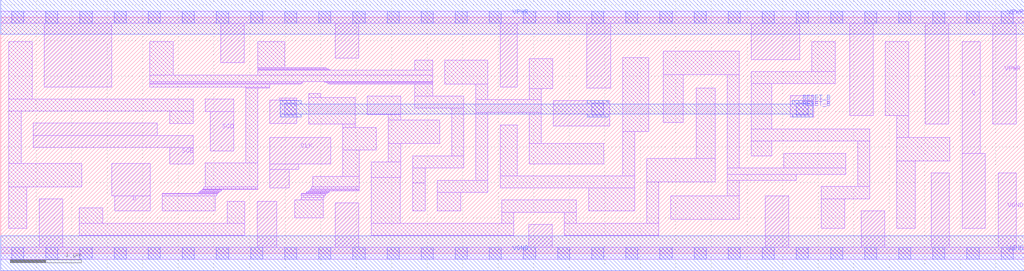
<source format=lef>
# Copyright 2020 The SkyWater PDK Authors
#
# Licensed under the Apache License, Version 2.0 (the "License");
# you may not use this file except in compliance with the License.
# You may obtain a copy of the License at
#
#     https://www.apache.org/licenses/LICENSE-2.0
#
# Unless required by applicable law or agreed to in writing, software
# distributed under the License is distributed on an "AS IS" BASIS,
# WITHOUT WARRANTIES OR CONDITIONS OF ANY KIND, either express or implied.
# See the License for the specific language governing permissions and
# limitations under the License.
#
# SPDX-License-Identifier: Apache-2.0

VERSION 5.7 ;
  NAMESCASESENSITIVE ON ;
  NOWIREEXTENSIONATPIN ON ;
  DIVIDERCHAR "/" ;
  BUSBITCHARS "[]" ;
UNITS
  DATABASE MICRONS 200 ;
END UNITS
MACRO sky130_fd_sc_ls__sdfrtp_2
  CLASS CORE ;
  SOURCE USER ;
  FOREIGN sky130_fd_sc_ls__sdfrtp_2 ;
  ORIGIN  0.000000  0.000000 ;
  SIZE  14.40000 BY  3.330000 ;
  SYMMETRY X Y R90 ;
  SITE unit ;
  PIN D
    ANTENNAGATEAREA  0.159000 ;
    DIRECTION INPUT ;
    USE SIGNAL ;
    PORT
      LAYER li1 ;
        RECT 1.565000 0.810000 2.100000 1.265000 ;
        RECT 1.605000 0.595000 2.100000 0.810000 ;
    END
  END D
  PIN Q
    ANTENNADIFFAREA  0.543200 ;
    DIRECTION OUTPUT ;
    USE SIGNAL ;
    PORT
      LAYER li1 ;
        RECT 13.525000 0.350000 13.855000 1.410000 ;
        RECT 13.525000 1.410000 13.785000 2.980000 ;
    END
  END Q
  PIN RESET_B
    ANTENNAGATEAREA  0.411000 ;
    DIRECTION INPUT ;
    USE SIGNAL ;
    PORT
      LAYER li1 ;
        RECT  3.785000 1.830000  4.165000 2.160000 ;
        RECT  3.920000 2.160000  4.165000 2.190000 ;
        RECT  7.775000 1.795000  8.570000 2.150000 ;
        RECT 11.110000 1.920000 11.440000 2.220000 ;
      LAYER mcon ;
        RECT  3.995000 1.950000  4.165000 2.120000 ;
        RECT  8.315000 1.950000  8.485000 2.120000 ;
        RECT 11.195000 1.950000 11.365000 2.120000 ;
      LAYER met1 ;
        RECT  3.935000 1.920000  4.225000 1.965000 ;
        RECT  3.935000 1.965000 11.425000 2.105000 ;
        RECT  3.935000 2.105000  4.225000 2.150000 ;
        RECT  8.255000 1.920000  8.545000 1.965000 ;
        RECT  8.255000 2.105000  8.545000 2.150000 ;
        RECT 11.135000 1.920000 11.425000 1.965000 ;
        RECT 11.135000 2.105000 11.425000 2.150000 ;
    END
  END RESET_B
  PIN SCD
    ANTENNAGATEAREA  0.159000 ;
    DIRECTION INPUT ;
    USE SIGNAL ;
    PORT
      LAYER li1 ;
        RECT 2.875000 2.000000 3.275000 2.175000 ;
        RECT 2.945000 1.440000 3.275000 2.000000 ;
    END
  END SCD
  PIN SCE
    ANTENNAGATEAREA  0.318000 ;
    DIRECTION INPUT ;
    USE SIGNAL ;
    PORT
      LAYER li1 ;
        RECT 0.455000 1.490000 2.705000 1.660000 ;
        RECT 0.455000 1.660000 2.205000 1.835000 ;
        RECT 2.375000 1.260000 2.705000 1.490000 ;
    END
  END SCE
  PIN CLK
    ANTENNAGATEAREA  0.261000 ;
    DIRECTION INPUT ;
    USE CLOCK ;
    PORT
      LAYER li1 ;
        RECT 3.785000 0.920000 4.060000 1.180000 ;
        RECT 3.785000 1.180000 4.195000 1.260000 ;
        RECT 3.785000 1.260000 4.645000 1.630000 ;
    END
  END CLK
  PIN VGND
    DIRECTION INOUT ;
    SHAPE ABUTMENT ;
    USE GROUND ;
    PORT
      LAYER li1 ;
        RECT  0.000000 -0.085000 14.400000 0.085000 ;
        RECT  0.545000  0.085000  0.875000 0.765000 ;
        RECT  3.610000  0.085000  3.880000 0.730000 ;
        RECT  4.705000  0.085000  5.035000 0.710000 ;
        RECT  7.430000  0.085000  7.760000 0.410000 ;
        RECT 10.755000  0.085000 11.085000 0.810000 ;
        RECT 12.105000  0.085000 12.435000 0.600000 ;
        RECT 13.095000  0.085000 13.345000 1.130000 ;
        RECT 14.035000  0.085000 14.285000 1.130000 ;
      LAYER mcon ;
        RECT  0.155000 -0.085000  0.325000 0.085000 ;
        RECT  0.635000 -0.085000  0.805000 0.085000 ;
        RECT  1.115000 -0.085000  1.285000 0.085000 ;
        RECT  1.595000 -0.085000  1.765000 0.085000 ;
        RECT  2.075000 -0.085000  2.245000 0.085000 ;
        RECT  2.555000 -0.085000  2.725000 0.085000 ;
        RECT  3.035000 -0.085000  3.205000 0.085000 ;
        RECT  3.515000 -0.085000  3.685000 0.085000 ;
        RECT  3.995000 -0.085000  4.165000 0.085000 ;
        RECT  4.475000 -0.085000  4.645000 0.085000 ;
        RECT  4.955000 -0.085000  5.125000 0.085000 ;
        RECT  5.435000 -0.085000  5.605000 0.085000 ;
        RECT  5.915000 -0.085000  6.085000 0.085000 ;
        RECT  6.395000 -0.085000  6.565000 0.085000 ;
        RECT  6.875000 -0.085000  7.045000 0.085000 ;
        RECT  7.355000 -0.085000  7.525000 0.085000 ;
        RECT  7.835000 -0.085000  8.005000 0.085000 ;
        RECT  8.315000 -0.085000  8.485000 0.085000 ;
        RECT  8.795000 -0.085000  8.965000 0.085000 ;
        RECT  9.275000 -0.085000  9.445000 0.085000 ;
        RECT  9.755000 -0.085000  9.925000 0.085000 ;
        RECT 10.235000 -0.085000 10.405000 0.085000 ;
        RECT 10.715000 -0.085000 10.885000 0.085000 ;
        RECT 11.195000 -0.085000 11.365000 0.085000 ;
        RECT 11.675000 -0.085000 11.845000 0.085000 ;
        RECT 12.155000 -0.085000 12.325000 0.085000 ;
        RECT 12.635000 -0.085000 12.805000 0.085000 ;
        RECT 13.115000 -0.085000 13.285000 0.085000 ;
        RECT 13.595000 -0.085000 13.765000 0.085000 ;
        RECT 14.075000 -0.085000 14.245000 0.085000 ;
      LAYER met1 ;
        RECT 0.000000 -0.245000 14.400000 0.245000 ;
    END
  END VGND
  PIN VPWR
    DIRECTION INOUT ;
    SHAPE ABUTMENT ;
    USE POWER ;
    PORT
      LAYER li1 ;
        RECT  0.000000 3.245000 14.400000 3.415000 ;
        RECT  0.615000 2.345000  1.565000 3.245000 ;
        RECT  3.095000 2.685000  3.425000 3.245000 ;
        RECT  4.705000 2.750000  5.035000 3.245000 ;
        RECT  7.025000 2.345000  7.265000 3.245000 ;
        RECT  8.245000 2.330000  8.580000 3.245000 ;
        RECT 10.560000 2.730000 11.240000 3.245000 ;
        RECT 11.945000 1.940000 12.275000 3.245000 ;
        RECT 13.005000 1.820000 13.335000 3.245000 ;
        RECT 13.955000 1.820000 14.285000 3.245000 ;
      LAYER mcon ;
        RECT  0.155000 3.245000  0.325000 3.415000 ;
        RECT  0.635000 3.245000  0.805000 3.415000 ;
        RECT  1.115000 3.245000  1.285000 3.415000 ;
        RECT  1.595000 3.245000  1.765000 3.415000 ;
        RECT  2.075000 3.245000  2.245000 3.415000 ;
        RECT  2.555000 3.245000  2.725000 3.415000 ;
        RECT  3.035000 3.245000  3.205000 3.415000 ;
        RECT  3.515000 3.245000  3.685000 3.415000 ;
        RECT  3.995000 3.245000  4.165000 3.415000 ;
        RECT  4.475000 3.245000  4.645000 3.415000 ;
        RECT  4.955000 3.245000  5.125000 3.415000 ;
        RECT  5.435000 3.245000  5.605000 3.415000 ;
        RECT  5.915000 3.245000  6.085000 3.415000 ;
        RECT  6.395000 3.245000  6.565000 3.415000 ;
        RECT  6.875000 3.245000  7.045000 3.415000 ;
        RECT  7.355000 3.245000  7.525000 3.415000 ;
        RECT  7.835000 3.245000  8.005000 3.415000 ;
        RECT  8.315000 3.245000  8.485000 3.415000 ;
        RECT  8.795000 3.245000  8.965000 3.415000 ;
        RECT  9.275000 3.245000  9.445000 3.415000 ;
        RECT  9.755000 3.245000  9.925000 3.415000 ;
        RECT 10.235000 3.245000 10.405000 3.415000 ;
        RECT 10.715000 3.245000 10.885000 3.415000 ;
        RECT 11.195000 3.245000 11.365000 3.415000 ;
        RECT 11.675000 3.245000 11.845000 3.415000 ;
        RECT 12.155000 3.245000 12.325000 3.415000 ;
        RECT 12.635000 3.245000 12.805000 3.415000 ;
        RECT 13.115000 3.245000 13.285000 3.415000 ;
        RECT 13.595000 3.245000 13.765000 3.415000 ;
        RECT 14.075000 3.245000 14.245000 3.415000 ;
      LAYER met1 ;
        RECT 0.000000 3.085000 14.400000 3.575000 ;
    END
  END VPWR
  OBS
    LAYER li1 ;
      RECT  0.115000 0.350000  0.365000 0.935000 ;
      RECT  0.115000 0.935000  1.140000 1.265000 ;
      RECT  0.115000 1.265000  0.285000 2.005000 ;
      RECT  0.115000 2.005000  2.705000 2.175000 ;
      RECT  0.115000 2.175000  0.445000 2.980000 ;
      RECT  1.105000 0.255000  3.430000 0.425000 ;
      RECT  1.105000 0.425000  1.435000 0.640000 ;
      RECT  2.095000 2.345000  3.785000 2.385000 ;
      RECT  2.095000 2.385000  4.230000 2.400000 ;
      RECT  2.095000 2.400000  4.250000 2.420000 ;
      RECT  2.095000 2.420000  6.075000 2.515000 ;
      RECT  2.095000 2.515000  2.425000 2.980000 ;
      RECT  2.270000 0.595000  3.020000 0.810000 ;
      RECT  2.270000 0.810000  3.040000 0.835000 ;
      RECT  2.270000 0.835000  3.055000 0.845000 ;
      RECT  2.375000 1.830000  2.705000 2.005000 ;
      RECT  2.785000 0.845000  3.055000 0.855000 ;
      RECT  2.785000 0.855000  3.065000 0.865000 ;
      RECT  2.810000 0.865000  3.085000 0.880000 ;
      RECT  2.830000 0.880000  3.110000 0.890000 ;
      RECT  2.840000 0.890000  3.110000 0.900000 ;
      RECT  2.840000 0.900000  3.615000 0.910000 ;
      RECT  2.855000 0.910000  3.615000 0.935000 ;
      RECT  2.875000 0.935000  3.615000 1.270000 ;
      RECT  3.190000 0.425000  3.430000 0.730000 ;
      RECT  3.445000 1.270000  3.615000 2.330000 ;
      RECT  3.445000 2.330000  3.785000 2.345000 ;
      RECT  3.615000 2.515000  6.075000 2.580000 ;
      RECT  3.615000 2.580000  4.645000 2.585000 ;
      RECT  3.615000 2.585000  4.630000 2.590000 ;
      RECT  3.615000 2.590000  4.610000 2.600000 ;
      RECT  3.615000 2.600000  4.580000 2.620000 ;
      RECT  3.615000 2.620000  3.995000 2.980000 ;
      RECT  4.135000 0.500000  4.535000 0.750000 ;
      RECT  4.230000 0.750000  4.535000 0.790000 ;
      RECT  4.230000 0.790000  4.555000 0.815000 ;
      RECT  4.230000 0.815000  4.570000 0.835000 ;
      RECT  4.230000 0.835000  4.580000 0.845000 ;
      RECT  4.300000 0.845000  4.600000 0.860000 ;
      RECT  4.300000 0.860000  4.625000 0.865000 ;
      RECT  4.325000 0.865000  4.625000 0.880000 ;
      RECT  4.335000 1.820000  4.985000 2.195000 ;
      RECT  4.335000 2.195000  4.505000 2.250000 ;
      RECT  4.345000 0.880000  5.045000 0.890000 ;
      RECT  4.355000 0.890000  5.045000 0.910000 ;
      RECT  4.370000 0.910000  5.045000 0.935000 ;
      RECT  4.390000 0.935000  5.045000 1.080000 ;
      RECT  4.555000 2.415000  6.075000 2.420000 ;
      RECT  4.570000 2.410000  6.075000 2.415000 ;
      RECT  4.590000 2.400000  6.075000 2.410000 ;
      RECT  4.615000 2.385000  6.075000 2.400000 ;
      RECT  4.815000 1.080000  5.045000 1.455000 ;
      RECT  4.815000 1.455000  5.280000 1.775000 ;
      RECT  4.815000 1.775000  4.985000 1.820000 ;
      RECT  5.155000 1.955000  5.630000 2.215000 ;
      RECT  5.215000 0.255000  7.220000 0.425000 ;
      RECT  5.215000 0.425000  5.620000 1.070000 ;
      RECT  5.215000 1.070000  5.630000 1.285000 ;
      RECT  5.450000 1.285000  5.630000 1.545000 ;
      RECT  5.450000 1.545000  6.175000 1.875000 ;
      RECT  5.450000 1.875000  5.630000 1.955000 ;
      RECT  5.795000 0.595000  5.975000 0.995000 ;
      RECT  5.800000 0.995000  5.975000 1.200000 ;
      RECT  5.800000 1.200000  6.515000 1.370000 ;
      RECT  5.825000 2.045000  6.515000 2.215000 ;
      RECT  5.825000 2.215000  6.075000 2.385000 ;
      RECT  5.825000 2.580000  6.075000 2.725000 ;
      RECT  6.145000 0.595000  6.470000 0.860000 ;
      RECT  6.145000 0.860000  6.855000 1.030000 ;
      RECT  6.250000 2.385000  6.855000 2.725000 ;
      RECT  6.345000 1.370000  6.515000 2.045000 ;
      RECT  6.685000 1.030000  6.855000 1.985000 ;
      RECT  6.685000 1.985000  7.605000 2.165000 ;
      RECT  6.685000 2.165000  6.855000 2.385000 ;
      RECT  7.025000 0.920000  8.920000 1.090000 ;
      RECT  7.025000 1.090000  7.265000 1.805000 ;
      RECT  7.050000 0.425000  7.220000 0.580000 ;
      RECT  7.050000 0.580000  8.100000 0.750000 ;
      RECT  7.435000 1.260000  8.485000 1.545000 ;
      RECT  7.435000 1.545000  7.605000 1.985000 ;
      RECT  7.435000 2.165000  7.605000 2.320000 ;
      RECT  7.435000 2.320000  7.765000 2.745000 ;
      RECT  7.930000 0.255000  9.260000 0.425000 ;
      RECT  7.930000 0.425000  8.100000 0.580000 ;
      RECT  8.270000 0.595000  8.920000 0.920000 ;
      RECT  8.750000 1.090000  8.920000 1.715000 ;
      RECT  8.750000 1.715000  9.115000 2.755000 ;
      RECT  9.090000 0.425000  9.260000 1.005000 ;
      RECT  9.090000 1.005000 10.050000 1.335000 ;
      RECT  9.320000 1.840000  9.600000 2.520000 ;
      RECT  9.320000 2.520000 10.390000 2.850000 ;
      RECT  9.430000 0.480000 10.390000 0.810000 ;
      RECT  9.785000 1.335000 10.050000 2.330000 ;
      RECT 10.220000 0.810000 10.390000 1.030000 ;
      RECT 10.220000 1.030000 11.190000 1.110000 ;
      RECT 10.220000 1.110000 11.890000 1.200000 ;
      RECT 10.220000 1.200000 10.390000 2.520000 ;
      RECT 10.560000 1.370000 10.850000 1.580000 ;
      RECT 10.560000 1.580000 12.230000 1.750000 ;
      RECT 10.560000 1.750000 10.850000 2.390000 ;
      RECT 10.560000 2.390000 11.740000 2.560000 ;
      RECT 11.020000 1.200000 11.890000 1.410000 ;
      RECT 11.410000 2.560000 11.740000 2.980000 ;
      RECT 11.545000 0.350000 11.875000 0.770000 ;
      RECT 11.545000 0.770000 12.230000 0.940000 ;
      RECT 12.060000 0.940000 12.230000 1.580000 ;
      RECT 12.445000 1.940000 12.775000 2.980000 ;
      RECT 12.605000 0.350000 12.865000 1.300000 ;
      RECT 12.605000 1.300000 13.355000 1.630000 ;
      RECT 12.605000 1.630000 12.775000 1.940000 ;
  END
END sky130_fd_sc_ls__sdfrtp_2

</source>
